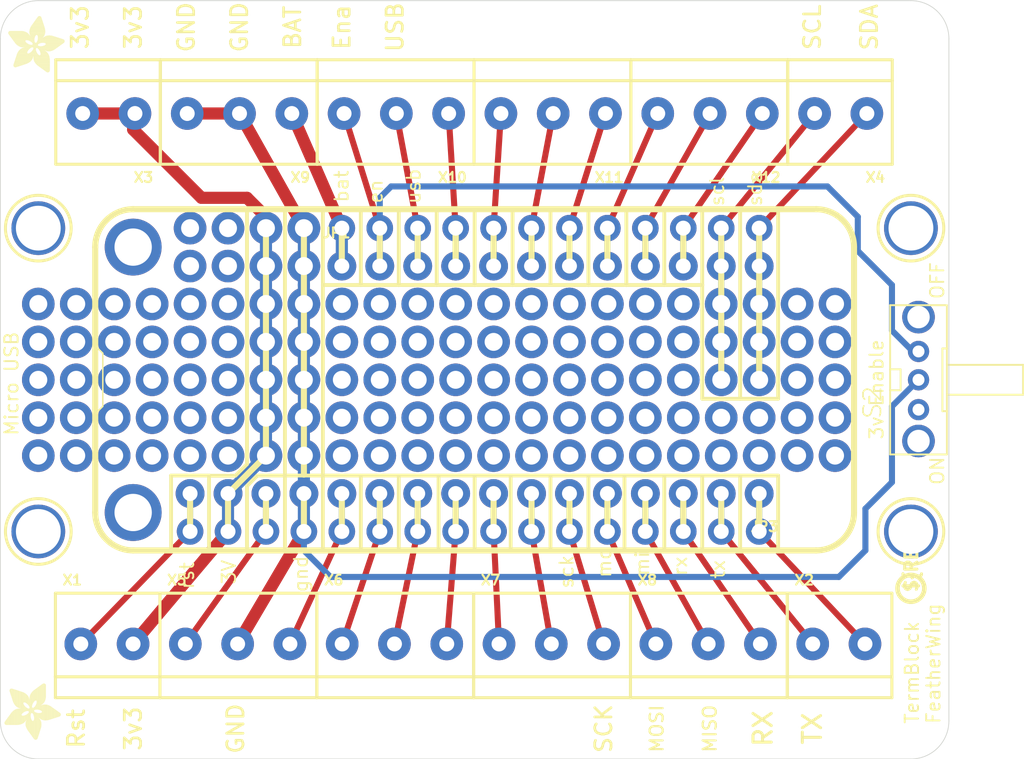
<source format=kicad_pcb>
(kicad_pcb (version 20221018) (generator pcbnew)
  (layers (0 "F.Cu" signal) (31 "B.Cu" signal) (34 "B.Paste" user) (35 "F.Paste" user) (36 "B.SilkS" user "B.Silkscreen") (37 "F.SilkS" user "F.Silkscreen") (38 "B.Mask" user) (39 "F.Mask" user) (44 "Edge.Cuts" user))
  (net 0 "")
  (net 1 "N$2")
  (net 2 "N$4")
  (net 3 "N$6")
  (net 4 "N$7")
  (net 5 "N$8")
  (net 6 "N$9")
  (net 7 "N$10")
  (net 8 "N$11")
  (net 9 "N$12")
  (net 10 "N$13")
  (net 11 "N$14")
  (net 12 "N$15")
  (net 13 "GND")
  (net 14 "AREF")
  (net 15 "3V")
  (net 16 "N$18")
  (net 17 "VBAT")
  (net 18 "USB")
  (net 19 "N$3")
  (net 20 "N$5")
  (net 21 "N$19")
  (net 22 "N$20")
  (net 23 "N$21")
  (net 24 "N$22")
  (net 25 "N$23")
  (net 26 "SCL")
  (net 27 "SDA")
  (net 28 "N$30")
  (net 29 "N$31")
  (net 30 "N$32")
  (net 31 "N$33")
  (net 32 "N$34")
  (net 33 "N$35")
  (net 34 "N$55")
  (net 35 "N$16")
  (net 36 "N$17")
  (net 37 "N$24")
  (net 38 "N$25")
  (net 39 "N$26")
  (net 40 "N$27")
  (net 41 "N$28")
  (net 42 "N$29")
  (net 43 "N$54")
  (net 44 "N$36")
  (net 45 "N$37")
  (net 46 "N$38")
  (net 47 "N$39")
  (net 48 "N$40")
  (net 49 "N$41")
  (net 50 "N$42")
  (net 51 "N$43")
  (net 52 "N$44")
  (net 53 "N$45")
  (net 54 "N$46")
  (net 55 "N$47")
  (net 56 "N$48")
  (net 57 "N$49")
  (net 58 "N$50")
  (net 59 "N$51")
  (net 60 "N$52")
  (net 61 "N$53")
  (net 62 "N$64")
  (net 63 "N$65")
  (net 64 "N$66")
  (net 65 "N$67")
  (net 66 "N$68")
  (net 67 "N$69")
  (net 68 "N$70")
  (net 69 "N$71")
  (net 70 "N$72")
  (net 71 "N$73")
  (net 72 "N$74")
  (net 73 "N$75")
  (net 74 "N$76")
  (net 75 "N$77")
  (net 76 "N$78")
  (net 77 "N$79")
  (net 78 "N$80")
  (net 79 "N$81")
  (net 80 "N$82")
  (net 81 "N$83")
  (net 82 "N$84")
  (net 83 "N$85")
  (net 84 "N$86")
  (net 85 "N$87")
  (net 86 "N$88")
  (net 87 "N$89")
  (net 88 "N$90")
  (net 89 "N$91")
  (net 90 "N$92")
  (net 91 "N$93")
  (net 92 "N$94")
  (net 93 "N$95")
  (net 94 "N$96")
  (net 95 "N$97")
  (net 96 "N$98")
  (net 97 "N$99")
  (net 98 "N$100")
  (net 99 "N$101")
  (net 100 "N$102")
  (net 101 "N$103")
  (net 102 "N$104")
  (net 103 "N$105")
  (net 104 "N$106")
  (net 105 "N$107")
  (net 106 "N$108")
  (net 107 "N$109")
  (net 108 "N$110")
  (net 109 "N$111")
  (net 110 "N$112")
  (net 111 "N$113")
  (net 112 "N$114")
  (net 113 "N$118")
  (net 114 "N$119")
  (net 115 "N$120")
  (net 116 "N$124")
  (net 117 "N$57")
  (net 118 "N$126")
  (net 119 "N$127")
  (net 120 "N$128")
  (net 121 "N$129")
  (net 122 "N$130")
  (net 123 "N$131")
  (net 124 "N$132")
  (net 125 "N$133")
  (net 126 "ENABLE")
  (footprint "working:TERMBLOCK_1X2-3.5MM" (layer "F.Cu") (at 123.8351 122.6996)
    (fp_text reference "X1")
    (fp_text value "")
  )
  (footprint "working:TERMBLOCK_1X3-3.5MM" (layer "F.Cu") (at 132.8111 87.1636 180)
    (fp_text reference "X9")
    (fp_text value "")
  )
  (footprint "working:ADAFRUIT_3.5MM" (layer "F.Cu") (at 117.0051 125.3236 -90)
    (fp_text reference "U$7" hide)
    (fp_text value "" hide)
  )
  (footprint "working:ADAFRUIT_3.5MM" (layer "F.Cu") (at 117.2591 84.4296)
    (fp_text reference "U$8" hide)
    (fp_text value "" hide)
  )
  (footprint "working:TERMBLOCK_1X2-3.5MM" (layer "F.Cu") (at 173.0611 87.1636 180)
    (fp_text reference "X4")
    (fp_text value "")
  )
  (footprint "working:TERMBLOCK_1X2-3.5MM" (layer "F.Cu") (at 124.0611 87.1636 180)
    (fp_text reference "X3")
    (fp_text value "")
  )
  (footprint "working:TERMBLOCK_1X3-3.5MM" (layer "F.Cu") (at 164.0851 122.6996)
    (fp_text reference "X8")
    (fp_text value "")
  )
  (footprint "working:OS102011MA1Q" (layer "F.Cu") (at 178.2191 105.0036 90)
    (fp_text reference "S2")
    (fp_text value "OS102011MA1Q" hide)
  )
  (footprint "working:1X16_ROUND_76MIL" (layer "F.Cu") (at 148.5011 112.6236 180)
    (fp_text reference "JP3")
    (fp_text value "")
  )
  (footprint "working:FEATHERWING_DIM" (layer "F.Cu") (at 123.1011 116.4336)
    (fp_text reference "MS1" hide)
    (fp_text value "FEATHERWING_NODIM" hide)
  )
  (footprint "working:TERMBLOCK_1X3-3.5MM" (layer "F.Cu") (at 153.8111 87.1636 180)
    (fp_text reference "X11")
    (fp_text value "")
  )
  (footprint "working:TERMBLOCK_1X3-3.5MM" (layer "F.Cu") (at 143.3111 87.1636 180)
    (fp_text reference "X10")
    (fp_text value "")
  )
  (footprint "working:MOUNTINGHOLE_3.0_PLATEDTHIN" (layer "F.Cu") (at 119.2911 115.1636)
    (fp_text reference "U$3" hide)
    (fp_text value "MOUNTINGHOLE3.0THIN" hide)
  )
  (footprint "working:MOUNTINGHOLE_3.0_PLATEDTHIN" (layer "F.Cu") (at 177.7111 94.8436)
    (fp_text reference "U$5" hide)
    (fp_text value "MOUNTINGHOLE3.0THIN" hide)
  )
  (footprint "working:TERMBLOCK_1X3-3.5MM" (layer "F.Cu") (at 143.0851 122.6996)
    (fp_text reference "X6")
    (fp_text value "")
  )
  (footprint "working:MOUNTINGHOLE_3.0_PLATEDTHIN" (layer "F.Cu") (at 177.7111 115.1636)
    (fp_text reference "U$4" hide)
    (fp_text value "MOUNTINGHOLE3.0THIN" hide)
  )
  (footprint "working:TERMBLOCK_1X3-3.5MM" (layer "F.Cu") (at 153.5851 122.6996)
    (fp_text reference "X7")
    (fp_text value "")
  )
  (footprint "working:1X12_ROUND_76MIL" (layer "F.Cu") (at 153.5811 97.3836)
    (fp_text reference "JP1")
    (fp_text value "")
  )
  (footprint "working:TERMBLOCK_1X3-3.5MM" (layer "F.Cu") (at 132.5851 122.6996)
    (fp_text reference "X5")
    (fp_text value "")
  )
  (footprint "working:TERMBLOCK_1X2-3.5MM" (layer "F.Cu") (at 172.8351 122.6996)
    (fp_text reference "X2")
    (fp_text value "")
  )
  (footprint "working:PCBFEAT-REV-040" (layer "F.Cu") (at 177.7111 118.9736 90)
    (fp_text reference "U$6" hide)
    (fp_text value "" hide)
  )
  (footprint "working:MOUNTINGHOLE_3.0_PLATEDTHIN" (layer "F.Cu") (at 119.2911 94.8436)
    (fp_text reference "U$2" hide)
    (fp_text value "MOUNTINGHOLE3.0THIN" hide)
  )
  (footprint "working:TERMBLOCK_1X3-3.5MM" (layer "F.Cu") (at 164.3111 87.1636 180)
    (fp_text reference "X12")
    (fp_text value "")
  )
  (gr_line (start 132.2451 112.3696) (end 134.5311 110.0836) (stroke (width 0.4064)) (layer "F.SilkS"))
  (gr_line (start 157.3911 112.6236) (end 157.3911 115.1636) (stroke (width 0.4064)) (layer "F.SilkS"))
  (gr_line (start 151.0411 93.5736) (end 151.0411 98.6536) (stroke (width 0.254)) (layer "F.SilkS"))
  (gr_line (start 156.1211 93.5736) (end 156.1211 98.6536) (stroke (width 0.254)) (layer "F.SilkS"))
  (gr_line (start 144.6911 114.9096) (end 144.6911 113.1316) (stroke (width 0.4064)) (layer "F.SilkS"))
  (gr_line (start 138.3411 111.4171) (end 135.8011 111.4171) (stroke (width 0.254)) (layer "F.SilkS"))
  (gr_line (start 134.5311 110.0836) (end 134.5311 94.8436) (stroke (width 0.4064)) (layer "F.SilkS"))
  (gr_line (start 143.4211 98.6536) (end 145.9611 98.6536) (stroke (width 0.254)) (layer "F.SilkS"))
  (gr_line (start 166.2811 93.5736) (end 166.2811 106.2736) (stroke (width 0.254)) (layer "F.SilkS"))
  (gr_line (start 156.1211 111.4171) (end 153.5811 111.4171) (stroke (width 0.254)) (layer "F.SilkS"))
  (gr_line (start 171.3611 116.4336) (end 125.6411 116.4336) (stroke (width 0.4064)) (layer "F.SilkS"))
  (gr_line (start 135.8011 116.3066) (end 135.8011 111.4171) (stroke (width 0.254)) (layer "F.SilkS"))
  (gr_line (start 161.2011 93.5736) (end 161.2011 98.6536) (stroke (width 0.254)) (layer "F.SilkS"))
  (gr_arc (start 173.9011 113.8936) (mid 173.157151 115.689651) (end 171.3611 116.4336) (stroke (width 0.4064)) (layer "F.SilkS"))
  (gr_line (start 146.0881 111.4171) (end 140.8811 111.4171) (stroke (width 0.254)) (layer "F.SilkS"))
  (gr_line (start 166.2811 111.4171) (end 168.8211 111.4171) (stroke (width 0.254)) (layer "F.SilkS"))
  (gr_line (start 135.8011 111.4171) (end 133.9596 111.4171) (stroke (width 0.254)) (layer "F.SilkS"))
  (gr_line (start 130.7211 116.3066) (end 130.7211 111.4171) (stroke (width 0.254)) (layer "F.SilkS"))
  (gr_line (start 161.2011 111.4171) (end 163.7411 111.4171) (stroke (width 0.254)) (layer "F.SilkS"))
  (gr_line (start 161.2011 98.6536) (end 163.7411 98.6536) (stroke (width 0.254)) (layer "F.SilkS"))
  (gr_line (start 146.0881 116.3066) (end 146.0881 111.4171) (stroke (width 0.254)) (layer "F.SilkS"))
  (gr_arc (start 123.1011 96.1136) (mid 123.845049 94.317549) (end 125.6411 93.5736) (stroke (width 0.4064)) (layer "F.SilkS"))
  (gr_line (start 145.9611 98.6536) (end 145.9611 93.5736) (stroke (width 0.254)) (layer "F.SilkS"))
  (gr_line (start 140.8811 98.6536) (end 143.4211 98.6536) (stroke (width 0.254)) (layer "F.SilkS"))
  (gr_arc (start 125.6411 116.4336) (mid 123.845049 115.689651) (end 123.1011 113.8936) (stroke (width 0.4064)) (layer "F.SilkS"))
  (gr_line (start 148.5011 98.6536) (end 151.0411 98.6536) (stroke (width 0.254)) (layer "F.SilkS"))
  (gr_line (start 150.9141 111.4171) (end 150.9141 116.3066) (stroke (width 0.254)) (layer "F.SilkS"))
  (gr_line (start 163.7411 98.6536) (end 163.7411 106.2736) (stroke (width 0.254)) (layer "F.SilkS"))
  (gr_line (start 154.8511 97.1296) (end 154.8511 95.0976) (stroke (width 0.4064)) (layer "F.SilkS"))
  (gr_line (start 140.8811 116.3066) (end 140.8811 111.4171) (stroke (width 0.254)) (layer "F.SilkS"))
  (gr_line (start 159.9311 115.1636) (end 159.9311 112.6236) (stroke (width 0.4064)) (layer "F.SilkS"))
  (gr_line (start 161.2011 111.4171) (end 161.2011 116.4336) (stroke (width 0.254)) (layer "F.SilkS"))
  (gr_line (start 131.9911 115.1636) (end 131.9911 112.6236) (stroke (width 0.4064)) (layer "F.SilkS"))
  (gr_line (start 166.2811 111.4171) (end 166.2811 116.3066) (stroke (width 0.254)) (layer "F.SilkS"))
  (gr_line (start 135.8011 93.5101) (end 135.8011 111.4171) (stroke (width 0.254)) (layer "F.SilkS"))
  (gr_line (start 139.6111 94.8436) (end 139.6111 97.3836) (stroke (width 0.4064)) (layer "F.SilkS"))
  (gr_line (start 143.4211 111.5441) (end 143.4211 116.3066) (stroke (width 0.254)) (layer "F.SilkS"))
  (gr_line (start 137.0711 111.3536) (end 137.0711 94.8436) (stroke (width 0.4064)) (layer "F.SilkS"))
  (gr_line (start 157.3911 94.8436) (end 157.3911 97.1296) (stroke (width 0.4064)) (layer "F.SilkS"))
  (gr_line (start 144.6911 94.8436) (end 144.6911 97.3836) (stroke (width 0.4064)) (layer "F.SilkS"))
  (gr_line (start 165.0111 115.1636) (end 165.0111 112.6236) (stroke (width 0.4064)) (layer "F.SilkS"))
  (gr_line (start 167.5511 105.0036) (end 167.5511 94.8436) (stroke (width 0.4064)) (layer "F.SilkS"))
  (gr_line (start 128.1811 111.4171) (end 128.1811 116.4336) (stroke (width 0.254)) (layer "F.SilkS"))
  (gr_line (start 162.4711 112.6236) (end 162.4711 115.1636) (stroke (width 0.4064)) (layer "F.SilkS"))
  (gr_line (start 167.5511 114.9096) (end 167.5511 112.6236) (stroke (width 0.4064)) (layer "F.SilkS"))
  (gr_line (start 154.8511 115.1636) (end 154.8511 112.6236) (stroke (width 0.4064)) (layer "F.SilkS"))
  (gr_line (start 159.9311 97.3836) (end 159.9311 95.0976) (stroke (width 0.4064)) (layer "F.SilkS"))
  (gr_line (start 163.7411 111.4171) (end 166.2811 111.4171) (stroke (width 0.254)) (layer "F.SilkS"))
  (gr_line (start 162.4711 94.8436) (end 162.4711 97.1296) (stroke (width 0.4064)) (layer "F.SilkS"))
  (gr_line (start 158.6611 93.5736) (end 158.6611 98.6536) (stroke (width 0.254)) (layer "F.SilkS"))
  (gr_line (start 133.2611 112.1156) (end 133.2611 116.4971) (stroke (width 0.254)) (layer "F.SilkS"))
  (gr_line (start 173.9011 96.1136) (end 173.9011 113.8936) (stroke (width 0.4064)) (layer "F.SilkS"))
  (gr_line (start 149.7711 96.8756) (end 149.7711 95.0976) (stroke (width 0.4064)) (layer "F.SilkS"))
  (gr_line (start 147.2311 95.0976) (end 147.2311 97.1296) (stroke (width 0.4064)) (layer "F.SilkS"))
  (gr_line (start 153.5811 111.4171) (end 150.9141 111.4171) (stroke (width 0.254)) (layer "F.SilkS"))
  (gr_line (start 134.5311 112.6236) (end 134.5311 114.9096) (stroke (width 0.4064)) (layer "F.SilkS"))
  (gr_line (start 133.2611 110.6551) (end 133.2611 93.5736) (stroke (width 0.254)) (layer "F.SilkS"))
  (gr_line (start 138.3411 98.6536) (end 138.3411 93.5736) (stroke (width 0.254)) (layer "F.SilkS"))
  (gr_line (start 151.0411 98.6536) (end 156.1211 98.6536) (stroke (width 0.254)) (layer "F.SilkS"))
  (gr_line (start 153.5811 98.5266) (end 153.5811 93.5736) (stroke (width 0.254)) (layer "F.SilkS"))
  (gr_line (start 138.3411 111.4171) (end 138.3411 98.6536) (stroke (width 0.254)) (layer "F.SilkS"))
  (gr_line (start 149.7711 112.6236) (end 149.7711 114.9096) (stroke (width 0.4064)) (layer "F.SilkS"))
  (gr_line (start 133.9596 111.4171) (end 133.2611 112.1156) (stroke (width 0.254)) (layer "F.SilkS"))
  (gr_line (start 130.6957 111.4298) (end 132.4737 111.4298) (stroke (width 0.254)) (layer "F.SilkS"))
  (gr_line (start 140.8811 93.5736) (end 140.8811 98.6536) (stroke (width 0.254)) (layer "F.SilkS"))
  (gr_line (start 129.4511 115.1636) (end 129.4511 112.6236) (stroke (width 0.4064)) (layer "F.SilkS"))
  (gr_line (start 156.1211 116.3066) (end 156.1211 111.4171) (stroke (width 0.254)) (layer "F.SilkS"))
  (gr_line (start 145.9611 98.6536) (end 148.5011 98.6536) (stroke (width 0.254)) (layer "F.SilkS"))
  (gr_line (start 153.5811 116.3066) (end 153.5811 111.4171) (stroke (width 0.254)) (layer "F.SilkS"))
  (gr_line (start 130.7211 111.4171) (end 128.1811 111.4171) (stroke (width 0.254)) (layer "F.SilkS"))
  (gr_line (start 139.6111 114.9096) (end 139.6111 112.8776) (stroke (width 0.4064)) (layer "F.SilkS"))
  (gr_line (start 158.5341 111.4171) (end 158.5341 116.3066) (stroke (width 0.254)) (layer "F.SilkS"))
  (gr_line (start 152.3111 112.6236) (end 152.3111 114.9096) (stroke (width 0.4064)) (layer "F.SilkS"))
  (gr_line (start 163.7411 111.4171) (end 163.7411 116.4336) (stroke (width 0.254)) (layer "F.SilkS"))
  (gr_line (start 123.1011 113.8936) (end 123.1011 96.1136) (stroke (width 0.4064)) (layer "F.SilkS"))
  (gr_line (start 152.3111 95.0976) (end 152.3111 97.1296) (stroke (width 0.4064)) (layer "F.SilkS"))
  (gr_line (start 168.8211 111.4171) (end 168.8211 116.4336) (stroke (width 0.254)) (layer "F.SilkS"))
  (gr_line (start 133.2611 110.6551) (end 132.4991 111.4171) (stroke (width 0.254)) (layer "F.SilkS"))
  (gr_line (start 142.1511 112.8776) (end 142.1511 114.9096) (stroke (width 0.4064)) (layer "F.SilkS"))
  (gr_line (start 147.2311 115.1636) (end 147.2311 112.8776) (stroke (width 0.4064)) (layer "F.SilkS"))
  (gr_line (start 158.5341 111.4171) (end 156.1211 111.4171) (stroke (width 0.254)) (layer "F.SilkS"))
  (gr_line (start 165.0111 94.8436) (end 165.0111 105.0036) (stroke (width 0.4064)) (layer "F.SilkS"))
  (gr_line (start 158.6611 98.6536) (end 161.2011 98.6536) (stroke (width 0.254)) (layer "F.SilkS"))
  (gr_line (start 163.7411 93.5736) (end 163.7411 98.6536) (stroke (width 0.254)) (layer "F.SilkS"))
  (gr_line (start 143.4211 93.5736) (end 143.4211 98.6536) (stroke (width 0.254)) (layer "F.SilkS"))
  (gr_line (start 148.5011 111.4171) (end 148.5011 116.3066) (stroke (width 0.254)) (layer "F.SilkS"))
  (gr_line (start 166.2811 106.2736) (end 168.8211 106.2736) (stroke (width 0.254)) (layer "F.SilkS"))
  (gr_line (start 140.8811 111.4171) (end 138.3411 111.4171) (stroke (width 0.254)) (layer "F.SilkS"))
  (gr_line (start 150.9141 111.4171) (end 148.5011 111.4171) (stroke (width 0.254)) (layer "F.SilkS"))
  (gr_line (start 158.5341 111.4171) (end 161.2011 111.4171) (stroke (width 0.254)) (layer "F.SilkS"))
  (gr_line (start 168.8211 106.2736) (end 168.8211 93.7006) (stroke (width 0.254)) (layer "F.SilkS"))
  (gr_line (start 138.3411 116.3066) (end 138.3411 111.4171) (stroke (width 0.254)) (layer "F.SilkS"))
  (gr_line (start 142.1511 94.8436) (end 142.1511 97.3836) (stroke (width 0.4064)) (layer "F.SilkS"))
  (gr_arc (start 171.3611 93.5736) (mid 173.157151 94.317549) (end 173.9011 96.1136) (stroke (width 0.4064)) (layer "F.SilkS"))
  (gr_line (start 137.0711 115.1636) (end 137.0711 112.6236) (stroke (width 0.4064)) (layer "F.SilkS"))
  (gr_line (start 147.2311 94.8436) (end 147.2311 97.3836) (stroke (width 0.4064)) (layer "F.SilkS"))
  (gr_line (start 148.5011 111.4171) (end 146.0881 111.4171) (stroke (width 0.254)) (layer "F.SilkS"))
  (gr_line (start 163.7411 106.2736) (end 166.2811 106.2736) (stroke (width 0.254)) (layer "F.SilkS"))
  (gr_line (start 125.6411 93.5736) (end 171.3611 93.5736) (stroke (width 0.4064)) (layer "F.SilkS"))
  (gr_line (start 148.5011 98.6536) (end 148.5011 93.5736) (stroke (width 0.254)) (layer "F.SilkS"))
  (gr_line (start 138.3411 98.6536) (end 140.8811 98.6536) (stroke (width 0.254)) (layer "F.SilkS"))
  (gr_line (start 156.1211 98.6536) (end 158.6611 98.6536) (stroke (width 0.254)) (layer "F.SilkS"))
  (gr_line (start 116.7511 127.8636) (end 116.7511 82.1436) (stroke (width 0.05)) (layer "Edge.Cuts"))
  (gr_arc (start 119.2911 130.4036) (mid 117.495049 129.659651) (end 116.7511 127.8636) (stroke (width 0.05)) (layer "Edge.Cuts"))
  (gr_arc (start 177.7111 79.6036) (mid 179.507151 80.347549) (end 180.2511 82.1436) (stroke (width 0.05)) (layer "Edge.Cuts"))
  (gr_line (start 119.2911 79.6036) (end 177.7111 79.6036) (stroke (width 0.05)) (layer "Edge.Cuts"))
  (gr_arc (start 180.2511 127.8636) (mid 179.507151 129.659651) (end 177.7111 130.4036) (stroke (width 0.05)) (layer "Edge.Cuts"))
  (gr_arc (start 116.7511 82.1436) (mid 117.495049 80.347549) (end 119.2911 79.6036) (stroke (width 0.05)) (layer "Edge.Cuts"))
  (gr_line (start 177.7111 130.4036) (end 119.2911 130.4036) (stroke (width 0.05)) (layer "Edge.Cuts"))
  (gr_line (start 180.2511 82.1436) (end 180.2511 127.8636) (stroke (width 0.05)) (layer "Edge.Cuts"))
  (gr_text "ON" (at 179.9971 112.1156 90) (layer "F.SilkS") (effects (font (size 0.89408 0.89408) (thickness 0.12192)) (justify left bottom)))
  (gr_text "bat" (at 140.1191 93.1926 90) (layer "F.SilkS") (effects (font (size 0.89408 0.89408) (thickness 0.12192)) (justify left bottom)))
  (gr_text "gnd" (at 137.4013 119.3038 90) (layer "F.SilkS") (effects (font (size 0.89408 0.89408) (thickness 0.12192)) (justify left bottom)))
  (gr_text "GND" (at 132.7531 81.3816 90) (layer "F.SilkS") (effects (font (size 1.0922 1.0922) (thickness 0.1778))))
  (gr_text "GND" (at 129.1971 81.3816 90) (layer "F.SilkS") (effects (font (size 1.0922 1.0922) (thickness 0.1778))))
  (gr_text "OFF" (at 179.9971 99.6696 90) (layer "F.SilkS") (effects (font (size 0.89408 0.89408) (thickness 0.12192)) (justify left bottom)))
  (gr_text "sck" (at 155.1813 119.0498 90) (layer "F.SilkS") (effects (font (size 0.89408 0.89408) (thickness 0.12192)) (justify left bottom)))
  (gr_text "3v3" (at 125.6411 81.3816 90) (layer "F.SilkS") (effects (font (size 1.0922 1.0922) (thickness 0.1778))))
  (gr_text "MISO" (at 164.2491 128.3716 90) (layer "F.SilkS") (effects (font (size 0.87376 0.87376) (thickness 0.14224))))
  (gr_text "SCK" (at 157.1371 128.3716 90) (layer "F.SilkS") (effects (font (size 1.0922 1.0922) (thickness 0.1778))))
  (gr_text "sda" (at 167.8051 93.4466 90) (layer "F.SilkS") (effects (font (size 0.89408 0.89408) (thickness 0.12192)) (justify left bottom)))
  (gr_text "TX" (at 171.1071 128.3716 90) (layer "F.SilkS") (effects (font (size 1.223264 1.223264) (thickness 0.199136))))
  (gr_text "3v Enable" (at 175.9331 109.0676 90) (layer "F.SilkS") (effects (font (size 0.89408 0.89408) (thickness 0.12192)) (justify left bottom)))
  (gr_text "TermBlock\nFeatherWing" (at 179.7431 128.1176 90) (layer "F.SilkS") (effects (font (size 0.89408 0.89408) (thickness 0.12192)) (justify left bottom)))
  (gr_text "usb" (at 144.9451 93.2942 90) (layer "F.SilkS") (effects (font (size 0.89408 0.89408) (thickness 0.12192)) (justify left bottom)))
  (gr_text "3v3" (at 122.0851 81.3816 90) (layer "F.SilkS") (effects (font (size 1.0922 1.0922) (thickness 0.1778))))
  (gr_text "BAT" (at 136.3091 81.3816 90) (layer "F.SilkS") (effects (font (size 1.0922 1.0922) (thickness 0.1778))))
  (gr_text "mo" (at 157.7086 118.3386 90) (layer "F.SilkS") (effects (font (size 0.89408 0.89408) (thickness 0.12192)) (justify left bottom)))
  (gr_text "Ena" (at 139.6111 81.3816 90) (layer "F.SilkS") (effects (font (size 1.0922 1.0922) (thickness 0.1778))))
  (gr_text "mi" (at 160.2486 118.2116 90) (layer "F.SilkS") (effects (font (size 0.89408 0.89408) (thickness 0.12192)) (justify left bottom)))
  (gr_text "Micro USB" (at 118.0211 108.8136 90) (layer "F.SilkS") (effects (font (size 0.89408 0.89408) (thickness 0.12192)) (justify left bottom)))
  (gr_text "en" (at 142.4051 93.2561 90) (layer "F.SilkS") (effects (font (size 0.89408 0.89408) (thickness 0.12192)) (justify left bottom)))
  (gr_text "GND" (at 132.4991 128.3716 90) (layer "F.SilkS") (effects (font (size 1.0922 1.0922) (thickness 0.1778))))
  (gr_text "rx" (at 162.7886 118.2116 90) (layer "F.SilkS") (effects (font (size 0.89408 0.89408) (thickness 0.12192)) (justify left bottom)))
  (gr_text "3v3" (at 125.6411 128.3716 90) (layer "F.SilkS") (effects (font (size 1.0922 1.0922) (thickness 0.1778))))
  (gr_text "SDA" (at 174.9171 81.3816 90) (layer "F.SilkS") (effects (font (size 1.0922 1.0922) (thickness 0.1778))))
  (gr_text "rst" (at 129.7813 119.1006 90) (layer "F.SilkS") (effects (font (size 0.89408 0.89408) (thickness 0.12192)) (justify left bottom)))
  (gr_text "SCL" (at 171.1071 81.3816 90) (layer "F.SilkS") (effects (font (size 1.0922 1.0922) (thickness 0.1778))))
  (gr_text "3V" (at 132.5753 118.7704 90) (layer "F.SilkS") (effects (font (size 0.89408 0.89408) (thickness 0.12192)) (justify left bottom)))
  (gr_text "MOSI" (at 160.6931 128.3716 90) (layer "F.SilkS") (effects (font (size 0.87376 0.87376) (thickness 0.14224))))
  (gr_text "Rst" (at 121.8311 128.3716 90) (layer "F.SilkS") (effects (font (size 1.0922 1.0922) (thickness 0.1778))))
  (gr_text "scl" (at 165.2651 93.4466 90) (layer "F.SilkS") (effects (font (size 0.89408 0.89408) (thickness 0.12192)) (justify left bottom)))
  (gr_text "USB" (at 143.1671 81.3816 90) (layer "F.SilkS") (effects (font (size 1.0922 1.0922) (thickness 0.1778))))
  (gr_text "RX" (at 167.8051 128.3716 90) (layer "F.SilkS") (effects (font (size 1.223264 1.223264) (thickness 0.199136))))
  (gr_text "tx" (at 165.3286 118.4021 90) (layer "F.SilkS") (effects (font (size 0.89408 0.89408) (thickness 0.12192)) (justify left bottom)))
  (segment (start 174.6351 122.6996) (end 167.5511 115.1636) (width 0.4064) (layer "F.Cu") (net 1))
  (segment (start 167.5511 112.6236) (end 167.5511 115.1636) (width 0.4064) (layer "B.Cu") (net 1))
  (segment (start 171.1351 122.6996) (end 165.0111 115.1636) (width 0.4064) (layer "F.Cu") (net 2))
  (segment (start 165.0111 115.1636) (end 165.0111 112.6236) (width 0.4064) (layer "B.Cu") (net 2))
  (segment (start 167.6351 122.6996) (end 162.4711 115.1636) (width 0.4064) (layer "F.Cu") (net 3))
  (segment (start 162.4711 112.6236) (end 162.4711 115.1636) (width 0.4064) (layer "B.Cu") (net 3))
  (segment (start 164.1351 122.6996) (end 159.9311 115.1636) (width 0.4064) (layer "F.Cu") (net 4))
  (segment (start 159.9311 112.6236) (end 159.9311 115.1636) (width 0.4064) (layer "B.Cu") (net 4))
  (segment (start 160.6351 122.6996) (end 157.3911 115.1636) (width 0.4064) (layer "F.Cu") (net 5))
  (segment (start 157.3911 115.1636) (end 157.3911 112.6236) (width 0.4064) (layer "B.Cu") (net 5))
  (segment (start 157.1351 122.6996) (end 154.8511 115.1636) (width 0.4064) (layer "F.Cu") (net 6))
  (segment (start 154.8511 112.6236) (end 154.8511 115.1636) (width 0.4064) (layer "B.Cu") (net 6))
  (segment (start 153.6351 122.6996) (end 152.3111 115.1636) (width 0.4064) (layer "F.Cu") (net 7))
  (segment (start 152.3111 115.1636) (end 152.3111 112.6236) (width 0.4064) (layer "B.Cu") (net 7))
  (segment (start 150.1351 122.6996) (end 149.7711 115.1636) (width 0.4064) (layer "F.Cu") (net 8))
  (segment (start 149.7711 112.6236) (end 149.7711 115.1636) (width 0.4064) (layer "B.Cu") (net 8))
  (segment (start 146.6351 122.6996) (end 147.2311 115.1636) (width 0.4064) (layer "F.Cu") (net 9))
  (segment (start 147.2311 115.1636) (end 147.2311 112.6236) (width 0.4064) (layer "B.Cu") (net 9))
  (segment (start 143.1351 122.6996) (end 144.6911 115.1636) (width 0.4064) (layer "F.Cu") (net 10))
  (segment (start 144.6911 112.6236) (end 144.6911 115.1636) (width 0.4064) (layer "B.Cu") (net 10))
  (segment (start 139.6351 122.6996) (end 142.1511 115.1636) (width 0.4064) (layer "F.Cu") (net 11))
  (segment (start 142.1511 115.1636) (end 142.1511 112.6236) (width 0.4064) (layer "B.Cu") (net 11))
  (segment (start 136.1351 122.6996) (end 139.6111 115.1636) (width 0.4064) (layer "F.Cu") (net 12))
  (segment (start 139.6111 112.6236) (end 139.6111 115.1636) (width 0.4064) (layer "B.Cu") (net 12))
  (segment (start 129.1971 87.0996) (end 129.2611 87.1636) (width 0.4064) (layer "F.Cu") (net 13))
  (segment (start 132.6351 122.6996) (end 137.0711 115.1636) (width 0.8128) (layer "F.Cu") (net 13))
  (segment (start 129.2611 87.1636) (end 132.7611 87.1636) (width 0.8128) (layer "F.Cu") (net 13))
  (segment (start 137.0711 94.8436) (end 132.7611 87.1636) (width 0.8128) (layer "F.Cu") (net 13))
  (via (at 137.0711 105.0036) (size 2.1844) (drill 1.2) (layers "F.Cu" "B.Cu") (net 13))
  (via (at 137.0711 99.9236) (size 2.1844) (drill 1.2) (layers "F.Cu" "B.Cu") (net 13))
  (via (at 137.0711 102.4636) (size 2.1844) (drill 1.2) (layers "F.Cu" "B.Cu") (net 13))
  (via (at 137.0711 107.5436) (size 2.1844) (drill 1.2) (layers "F.Cu" "B.Cu") (net 13))
  (via (at 137.0711 97.3836) (size 2.1844) (drill 1.2) (layers "F.Cu" "B.Cu") (net 13))
  (via (at 137.0711 94.8436) (size 2.1844) (drill 1.2) (layers "F.Cu" "B.Cu") (net 13))
  (via (at 137.0711 110.0836) (size 2.1844) (drill 1.2) (layers "F.Cu" "B.Cu") (net 13))
  (segment (start 137.0711 102.4636) (end 137.0711 99.9236) (width 0.8128) (layer "B.Cu") (net 13))
  (segment (start 176.4411 111.8616) (end 176.4411 106.7816) (width 0.4064) (layer "B.Cu") (net 13))
  (segment (start 137.0711 105.0036) (end 137.0711 102.4636) (width 0.8128) (layer "B.Cu") (net 13))
  (segment (start 137.0711 107.5436) (end 137.0711 105.0036) (width 0.8128) (layer "B.Cu") (net 13))
  (segment (start 174.6631 116.4336) (end 174.6631 113.6396) (width 0.4064) (layer "B.Cu") (net 13))
  (segment (start 137.0711 99.9236) (end 137.0711 98.6536) (width 0.8128) (layer "B.Cu") (net 13))
  (segment (start 137.0711 112.6236) (end 137.0711 110.0836) (width 0.8128) (layer "B.Cu") (net 13))
  (segment (start 137.0711 114.9096) (end 137.0711 115.1636) (width 0.6096) (layer "B.Cu") (net 13))
  (segment (start 172.8851 118.2116) (end 174.6631 116.4336) (width 0.4064) (layer "B.Cu") (net 13))
  (segment (start 138.8491 118.2116) (end 172.8851 118.2116) (width 0.4064) (layer "B.Cu") (net 13))
  (segment (start 137.0711 97.3836) (end 137.0711 94.8436) (width 0.8128) (layer "B.Cu") (net 13))
  (segment (start 174.6631 113.6396) (end 176.4411 111.8616) (width 0.4064) (layer "B.Cu") (net 13))
  (segment (start 137.0711 97.3836) (end 137.0711 98.6536) (width 0.8128) (layer "B.Cu") (net 13))
  (segment (start 137.0711 116.4336) (end 138.8491 118.2116) (width 0.4064) (layer "B.Cu") (net 13))
  (segment (start 137.0711 114.9096) (end 137.0711 116.4336) (width 0.4064) (layer "B.Cu") (net 13))
  (segment (start 137.0711 110.0836) (end 137.0711 107.5436) (width 0.8128) (layer "B.Cu") (net 13))
  (segment (start 176.4411 106.7816) (end 178.2191 105.0036) (width 0.4064) (layer "B.Cu") (net 13))
  (segment (start 137.0711 112.6236) (end 137.0711 114.9096) (width 0.8128) (layer "B.Cu") (net 13))
  (segment (start 129.1351 122.6996) (end 134.5311 115.1636) (width 0.4064) (layer "F.Cu") (net 14))
  (segment (start 134.5311 112.6236) (end 134.5311 115.1636) (width 0.4064) (layer "B.Cu") (net 14))
  (segment (start 134.5311 94.8436) (end 134.5311 94.0816) (width 0.8128) (layer "F.Cu") (net 15))
  (segment (start 134.5311 94.0816) (end 133.2611 92.8116) (width 0.8128) (layer "F.Cu") (net 15))
  (segment (start 125.6351 122.6996) (end 131.9911 115.1636) (width 0.8128) (layer "F.Cu") (net 15))
  (segment (start 130.2131 92.8116) (end 125.6411 88.2396) (width 0.8128) (layer "F.Cu") (net 15))
  (segment (start 133.2611 92.8116) (end 130.2131 92.8116) (width 0.8128) (layer "F.Cu") (net 15))
  (segment (start 125.6411 88.2396) (end 125.7611 87.1636) (width 0.8128) (layer "F.Cu") (net 15))
  (segment (start 122.2611 87.1636) (end 125.7611 87.1636) (width 0.8128) (layer "F.Cu") (net 15))
  (via (at 134.5311 97.3836) (size 2.1844) (drill 1.2) (layers "F.Cu" "B.Cu") (net 15))
  (via (at 134.5311 102.4636) (size 2.1844) (drill 1.2) (layers "F.Cu" "B.Cu") (net 15))
  (via (at 134.5311 105.0036) (size 2.1844) (drill 1.2) (layers "F.Cu" "B.Cu") (net 15))
  (via (at 134.5311 107.5436) (size 2.1844) (drill 1.2) (layers "F.Cu" "B.Cu") (net 15))
  (via (at 134.5311 99.9236) (size 2.1844) (drill 1.2) (layers "F.Cu" "B.Cu") (net 15))
  (via (at 134.5311 94.8436) (size 2.1844) (drill 1.2) (layers "F.Cu" "B.Cu") (net 15))
  (via (at 134.5311 110.0836) (size 2.1844) (drill 1.2) (layers "F.Cu" "B.Cu") (net 15))
  (segment (start 134.5311 107.5436) (end 134.5311 110.0836) (width 0.8128) (layer "B.Cu") (net 15))
  (segment (start 134.5311 105.0036) (end 134.5311 107.5436) (width 0.8128) (layer "B.Cu") (net 15))
  (segment (start 134.5311 110.0836) (end 131.9911 112.6236) (width 0.8128) (layer "B.Cu") (net 15))
  (segment (start 134.5311 97.3836) (end 134.5311 99.9236) (width 0.8128) (layer "B.Cu") (net 15))
  (segment (start 134.5311 99.9236) (end 134.5311 102.4636) (width 0.8128) (layer "B.Cu") (net 15))
  (segment (start 134.5311 94.8436) (end 134.5311 97.3836) (width 0.8128) (layer "B.Cu") (net 15))
  (segment (start 131.9911 112.6236) (end 131.9911 115.1636) (width 0.8128) (layer "B.Cu") (net 15))
  (segment (start 134.5311 102.4636) (end 134.5311 105.0036) (width 0.8128) (layer "B.Cu") (net 15))
  (segment (start 122.1351 122.6996) (end 129.4511 115.1636) (width 0.4064) (layer "F.Cu") (net 16))
  (segment (start 129.4511 115.1636) (end 129.4511 112.6236) (width 0.4064) (layer "B.Cu") (net 16))
  (segment (start 136.2611 86.6676) (end 136.2611 87.1636) (width 0.8128) (layer "F.Cu") (net 17))
  (segment (start 139.6111 94.8436) (end 136.2611 87.1636) (width 0.8128) (layer "F.Cu") (net 17))
  (segment (start 139.6111 94.8436) (end 139.6111 97.3836) (width 0.8128) (layer "B.Cu") (net 17))
  (segment (start 144.6911 94.8436) (end 143.2611 87.1636) (width 0.4064) (layer "F.Cu") (net 18))
  (segment (start 144.6911 94.8436) (end 144.6911 97.3836) (width 0.4064) (layer "B.Cu") (net 18))
  (segment (start 147.2311 94.8436) (end 146.7611 87.1636) (width 0.4064) (layer "F.Cu") (net 19))
  (segment (start 147.2311 97.3836) (end 147.2311 94.8436) (width 0.4064) (layer "B.Cu") (net 19))
  (segment (start 149.7711 94.8436) (end 150.2611 87.1636) (width 0.4064) (layer "F.Cu") (net 20))
  (segment (start 149.7711 94.8436) (end 149.7711 97.3836) (width 0.4064) (layer "B.Cu") (net 20))
  (segment (start 152.3111 94.8436) (end 153.7611 87.1636) (width 0.4064) (layer "F.Cu") (net 21))
  (segment (start 152.3111 97.3836) (end 152.3111 94.8436) (width 0.4064) (layer "B.Cu") (net 21))
  (segment (start 154.8511 94.8436) (end 157.2611 87.1636) (width 0.4064) (layer "F.Cu") (net 22))
  (segment (start 154.8511 94.8436) (end 154.8511 97.3836) (width 0.4064) (layer "B.Cu") (net 22))
  (segment (start 157.3911 94.8436) (end 160.7611 87.1636) (width 0.4064) (layer "F.Cu") (net 23))
  (segment (start 157.3911 97.3836) (end 157.3911 94.8436) (width 0.4064) (layer "B.Cu") (net 23))
  (segment (start 159.9311 94.8436) (end 164.2611 87.1636) (width 0.4064) (layer "F.Cu") (net 24))
  (segment (start 159.9311 94.8436) (end 159.9311 97.3836) (width 0.4064) (layer "B.Cu") (net 24))
  (segment (start 162.4711 94.8436) (end 167.7611 87.1636) (width 0.4064) (layer "F.Cu") (net 25))
  (segment (start 162.4711 97.3836) (end 162.4711 94.8436) (width 0.4064) (layer "B.Cu") (net 25))
  (segment (start 165.0111 94.8436) (end 171.2611 87.1636) (width 0.4064) (layer "F.Cu") (net 26))
  (via (at 165.0111 99.9236) (size 2.1844) (drill 1.2) (layers "F.Cu" "B.Cu") (net 26))
  (via (at 165.0111 102.4636) (size 2.1844) (drill 1.2) (layers "F.Cu" "B.Cu") (net 26))
  (via (at 165.0111 105.0036) (size 2.1844) (drill 1.2) (layers "F.Cu" "B.Cu") (net 26))
  (segment (start 165.0111 94.8436) (end 165.0111 97.3836) (width 0.4064) (layer "B.Cu") (net 26))
  (segment (start 165.0111 99.9236) (end 165.0111 102.4636) (width 0.4064) (layer "B.Cu") (net 26))
  (segment (start 165.0111 102.4636) (end 165.0111 105.0036) (width 0.4064) (layer "B.Cu") (net 26))
  (segment (start 165.0111 97.3836) (end 165.0111 99.9236) (width 0.4064) (layer "B.Cu") (net 26))
  (segment (start 167.5511 94.8436) (end 174.7611 87.1636) (width 0.4064) (layer "F.Cu") (net 27))
  (via (at 167.5511 105.0036) (size 2.1844) (drill 1.2) (layers "F.Cu" "B.Cu") (net 27))
  (via (at 167.5511 99.9236) (size 2.1844) (drill 1.2) (layers "F.Cu" "B.Cu") (net 27))
  (via (at 167.5511 102.4636) (size 2.1844) (drill 1.2) (layers "F.Cu" "B.Cu") (net 27))
  (segment (start 167.5511 94.8436) (end 167.5511 97.3836) (width 0.4064) (layer "B.Cu") (net 27))
  (segment (start 167.5511 99.9236) (end 167.5511 97.3836) (width 0.4064) (layer "B.Cu") (net 27))
  (segment (start 167.5511 102.4636) (end 167.5511 99.9236) (width 0.4064) (layer "B.Cu") (net 27))
  (segment (start 167.5511 105.0036) (end 167.5511 102.4636) (width 0.4064) (layer "B.Cu") (net 27))
  (via (at 131.9911 94.8436) (size 2.1844) (drill 1.2) (layers "F.Cu" "B.Cu") (net 28))
  (via (at 131.9911 97.3836) (size 2.1844) (drill 1.2) (layers "F.Cu" "B.Cu") (net 29))
  (via (at 129.4511 97.3836) (size 2.1844) (drill 1.2) (layers "F.Cu" "B.Cu") (net 30))
  (via (at 129.4511 94.8436) (size 2.1844) (drill 1.2) (layers "F.Cu" "B.Cu") (net 31))
  (via (at 129.4511 99.9236) (size 2.1844) (drill 1.2) (layers "F.Cu" "B.Cu") (net 32))
  (via (at 126.9111 99.9236) (size 2.1844) (drill 1.2) (layers "F.Cu" "B.Cu") (net 33))
  (via (at 124.3711 99.9236) (size 2.1844) (drill 1.2) (layers "F.Cu" "B.Cu") (net 34))
  (via (at 121.8311 99.9236) (size 2.1844) (drill 1.2) (layers "F.Cu" "B.Cu") (net 35))
  (via (at 119.2911 99.9236) (size 2.1844) (drill 1.2) (layers "F.Cu" "B.Cu") (net 36))
  (via (at 121.8311 102.4636) (size 2.1844) (drill 1.2) (layers "F.Cu" "B.Cu") (net 37))
  (via (at 119.2911 102.4636) (size 2.1844) (drill 1.2) (layers "F.Cu" "B.Cu") (net 38))
  (via (at 121.8311 105.0036) (size 2.1844) (drill 1.2) (layers "F.Cu" "B.Cu") (net 39))
  (via (at 119.2911 105.0036) (size 2.1844) (drill 1.2) (layers "F.Cu" "B.Cu") (net 40))
  (via (at 121.8311 107.5436) (size 2.1844) (drill 1.2) (layers "F.Cu" "B.Cu") (net 41))
  (via (at 119.2911 107.5436) (size 2.1844) (drill 1.2) (layers "F.Cu" "B.Cu") (net 42))
  (via (at 121.8311 110.0836) (size 2.1844) (drill 1.2) (layers "F.Cu" "B.Cu") (net 43))
  (via (at 119.2911 110.0836) (size 2.1844) (drill 1.2) (layers "F.Cu" "B.Cu") (net 44))
  (via (at 124.3711 102.4636) (size 2.1844) (drill 1.2) (layers "F.Cu" "B.Cu") (net 45))
  (via (at 126.9111 102.4636) (size 2.1844) (drill 1.2) (layers "F.Cu" "B.Cu") (net 46))
  (via (at 129.4511 102.4636) (size 2.1844) (drill 1.2) (layers "F.Cu" "B.Cu") (net 47))
  (via (at 129.4511 105.0036) (size 2.1844) (drill 1.2) (layers "F.Cu" "B.Cu") (net 48))
  (via (at 126.9111 105.0036) (size 2.1844) (drill 1.2) (layers "F.Cu" "B.Cu") (net 49))
  (via (at 124.3711 105.0036) (size 2.1844) (drill 1.2) (layers "F.Cu" "B.Cu") (net 50))
  (via (at 124.3711 107.5436) (size 2.1844) (drill 1.2) (layers "F.Cu" "B.Cu") (net 51))
  (via (at 126.9111 107.5436) (size 2.1844) (drill 1.2) (layers "F.Cu" "B.Cu") (net 52))
  (via (at 129.4511 107.5436) (size 2.1844) (drill 1.2) (layers "F.Cu" "B.Cu") (net 53))
  (via (at 129.4511 110.0836) (size 2.1844) (drill 1.2) (layers "F.Cu" "B.Cu") (net 54))
  (via (at 126.9111 110.0836) (size 2.1844) (drill 1.2) (layers "F.Cu" "B.Cu") (net 55))
  (via (at 124.3711 110.0836) (size 2.1844) (drill 1.2) (layers "F.Cu" "B.Cu") (net 56))
  (via (at 131.9911 110.0836) (size 2.1844) (drill 1.2) (layers "F.Cu" "B.Cu") (net 57))
  (via (at 131.9911 107.5436) (size 2.1844) (drill 1.2) (layers "F.Cu" "B.Cu") (net 58))
  (via (at 131.9911 105.0036) (size 2.1844) (drill 1.2) (layers "F.Cu" "B.Cu") (net 59))
  (via (at 131.9911 102.4636) (size 2.1844) (drill 1.2) (layers "F.Cu" "B.Cu") (net 60))
  (via (at 131.9911 99.9236) (size 2.1844) (drill 1.2) (layers "F.Cu" "B.Cu") (net 61))
  (via (at 139.6111 99.9236) (size 2.1844) (drill 1.2) (layers "F.Cu" "B.Cu") (net 62))
  (via (at 142.1511 99.9236) (size 2.1844) (drill 1.2) (layers "F.Cu" "B.Cu") (net 63))
  (via (at 144.6911 99.9236) (size 2.1844) (drill 1.2) (layers "F.Cu" "B.Cu") (net 64))
  (via (at 139.6111 102.4636) (size 2.1844) (drill 1.2) (layers "F.Cu" "B.Cu") (net 65))
  (via (at 139.6111 105.0036) (size 2.1844) (drill 1.2) (layers "F.Cu" "B.Cu") (net 66))
  (via (at 139.6111 107.5436) (size 2.1844) (drill 1.2) (layers "F.Cu" "B.Cu") (net 67))
  (via (at 139.6111 110.0836) (size 2.1844) (drill 1.2) (layers "F.Cu" "B.Cu") (net 68))
  (via (at 142.1511 110.0836) (size 2.1844) (drill 1.2) (layers "F.Cu" "B.Cu") (net 69))
  (via (at 142.1511 107.5436) (size 2.1844) (drill 1.2) (layers "F.Cu" "B.Cu") (net 70))
  (via (at 142.1511 105.0036) (size 2.1844) (drill 1.2) (layers "F.Cu" "B.Cu") (net 71))
  (via (at 142.1511 102.4636) (size 2.1844) (drill 1.2) (layers "F.Cu" "B.Cu") (net 72))
  (via (at 144.6911 102.4636) (size 2.1844) (drill 1.2) (layers "F.Cu" "B.Cu") (net 73))
  (via (at 144.6911 105.0036) (size 2.1844) (drill 1.2) (layers "F.Cu" "B.Cu") (net 74))
  (via (at 144.6911 107.5436) (size 2.1844) (drill 1.2) (layers "F.Cu" "B.Cu") (net 75))
  (via (at 144.6911 110.0836) (size 2.1844) (drill 1.2) (layers "F.Cu" "B.Cu") (net 76))
  (via (at 147.2311 110.0836) (size 2.1844) (drill 1.2) (layers "F.Cu" "B.Cu") (net 77))
  (via (at 147.2311 107.5436) (size 2.1844) (drill 1.2) (layers "F.Cu" "B.Cu") (net 78))
  (via (at 147.2311 99.9236) (size 2.1844) (drill 1.2) (layers "F.Cu" "B.Cu") (net 79))
  (via (at 147.2311 102.4636) (size 2.1844) (drill 1.2) (layers "F.Cu" "B.Cu") (net 80))
  (via (at 147.2311 105.0036) (size 2.1844) (drill 1.2) (layers "F.Cu" "B.Cu") (net 81))
  (via (at 149.7711 110.0836) (size 2.1844) (drill 1.2) (layers "F.Cu" "B.Cu") (net 82))
  (via (at 149.7711 107.5436) (size 2.1844) (drill 1.2) (layers "F.Cu" "B.Cu") (net 83))
  (via (at 149.7711 105.0036) (size 2.1844) (drill 1.2) (layers "F.Cu" "B.Cu") (net 84))
  (via (at 149.7711 102.4636) (size 2.1844) (drill 1.2) (layers "F.Cu" "B.Cu") (net 85))
  (via (at 149.7711 99.9236) (size 2.1844) (drill 1.2) (layers "F.Cu" "B.Cu") (net 86))
  (via (at 152.3111 99.9236) (size 2.1844) (drill 1.2) (layers "F.Cu" "B.Cu") (net 87))
  (via (at 152.3111 102.4636) (size 2.1844) (drill 1.2) (layers "F.Cu" "B.Cu") (net 88))
  (via (at 152.3111 105.0036) (size 2.1844) (drill 1.2) (layers "F.Cu" "B.Cu") (net 89))
  (via (at 152.3111 107.5436) (size 2.1844) (drill 1.2) (layers "F.Cu" "B.Cu") (net 90))
  (via (at 152.3111 110.0836) (size 2.1844) (drill 1.2) (layers "F.Cu" "B.Cu") (net 91))
  (via (at 154.8511 110.0836) (size 2.1844) (drill 1.2) (layers "F.Cu" "B.Cu") (net 92))
  (via (at 154.8511 107.5436) (size 2.1844) (drill 1.2) (layers "F.Cu" "B.Cu") (net 93))
  (via (at 154.8511 105.0036) (size 2.1844) (drill 1.2) (layers "F.Cu" "B.Cu") (net 94))
  (via (at 154.8511 102.4636) (size 2.1844) (drill 1.2) (layers "F.Cu" "B.Cu") (net 95))
  (via (at 154.8511 99.9236) (size 2.1844) (drill 1.2) (layers "F.Cu" "B.Cu") (net 96))
  (via (at 157.3911 99.9236) (size 2.1844) (drill 1.2) (layers "F.Cu" "B.Cu") (net 97))
  (via (at 157.3911 102.4636) (size 2.1844) (drill 1.2) (layers "F.Cu" "B.Cu") (net 98))
  (via (at 157.3911 105.0036) (size 2.1844) (drill 1.2) (layers "F.Cu" "B.Cu") (net 99))
  (via (at 157.3911 107.5436) (size 2.1844) (drill 1.2) (layers "F.Cu" "B.Cu") (net 100))
  (via (at 157.3911 110.0836) (size 2.1844) (drill 1.2) (layers "F.Cu" "B.Cu") (net 101))
  (via (at 159.9311 110.0836) (size 2.1844) (drill 1.2) (layers "F.Cu" "B.Cu") (net 102))
  (via (at 159.9311 107.5436) (size 2.1844) (drill 1.2) (layers "F.Cu" "B.Cu") (net 103))
  (via (at 159.9311 105.0036) (size 2.1844) (drill 1.2) (layers "F.Cu" "B.Cu") (net 104))
  (via (at 159.9311 102.4636) (size 2.1844) (drill 1.2) (layers "F.Cu" "B.Cu") (net 105))
  (via (at 159.9311 99.9236) (size 2.1844) (drill 1.2) (layers "F.Cu" "B.Cu") (net 106))
  (via (at 162.4711 99.9236) (size 2.1844) (drill 1.2) (layers "F.Cu" "B.Cu") (net 107))
  (via (at 162.4711 102.4636) (size 2.1844) (drill 1.2) (layers "F.Cu" "B.Cu") (net 108))
  (via (at 162.4711 105.0036) (size 2.1844) (drill 1.2) (layers "F.Cu" "B.Cu") (net 109))
  (via (at 162.4711 107.5436) (size 2.1844) (drill 1.2) (layers "F.Cu" "B.Cu") (net 110))
  (via (at 162.4711 110.0836) (size 2.1844) (drill 1.2) (layers "F.Cu" "B.Cu") (net 111))
  (via (at 165.0111 110.0836) (size 2.1844) (drill 1.2) (layers "F.Cu" "B.Cu") (net 112))
  (via (at 165.0111 107.5436) (size 2.1844) (drill 1.2) (layers "F.Cu" "B.Cu") (net 113))
  (via (at 167.5511 110.0836) (size 2.1844) (drill 1.2) (layers "F.Cu" "B.Cu") (net 114))
  (via (at 167.5511 107.5436) (size 2.1844) (drill 1.2) (layers "F.Cu" "B.Cu") (net 115))
  (via (at 170.0911 99.9236) (size 2.1844) (drill 1.2) (layers "F.Cu" "B.Cu") (net 116))
  (via (at 172.6311 99.9236) (size 2.1844) (drill 1.2) (layers "F.Cu" "B.Cu") (net 117))
  (via (at 172.6311 102.4636) (size 2.1844) (drill 1.2) (layers "F.Cu" "B.Cu") (net 118))
  (via (at 172.6311 105.0036) (size 2.1844) (drill 1.2) (layers "F.Cu" "B.Cu") (net 119))
  (via (at 172.6311 107.5436) (size 2.1844) (drill 1.2) (layers "F.Cu" "B.Cu") (net 120))
  (via (at 172.6311 110.0836) (size 2.1844) (drill 1.2) (layers "F.Cu" "B.Cu") (net 121))
  (via (at 170.0911 110.0836) (size 2.1844) (drill 1.2) (layers "F.Cu" "B.Cu") (net 122))
  (via (at 170.0911 107.5436) (size 2.1844) (drill 1.2) (layers "F.Cu" "B.Cu") (net 123))
  (via (at 170.0911 105.0036) (size 2.1844) (drill 1.2) (layers "F.Cu" "B.Cu") (net 124))
  (via (at 170.0911 102.4636) (size 2.1844) (drill 1.2) (layers "F.Cu" "B.Cu") (net 125))
  (segment (start 142.1511 94.8436) (end 139.7611 87.1636) (width 0.4064) (layer "F.Cu") (net 126))
  (segment (start 142.1511 97.3836) (end 142.1511 94.8436) (width 0.4064) (layer "B.Cu") (net 126))
  (segment (start 176.4411 101.7016) (end 177.8431 103.1036) (width 0.4064) (layer "B.Cu") (net 126))
  (segment (start 176.4411 98.6536) (end 176.4411 101.7016) (width 0.4064) (layer "B.Cu") (net 126))
  (segment (start 177.8431 103.1036) (end 178.2191 103.1036) (width 0.4064) (layer "B.Cu") (net 126))
  (segment (start 142.1511 94.8436) (end 142.1511 92.8116) (width 0.4064) (layer "B.Cu") (net 126))
  (segment (start 142.9131 92.0496) (end 172.1231 92.0496) (width 0.4064) (layer "B.Cu") (net 126))
  (segment (start 174.1551 96.3676) (end 176.4411 98.6536) (width 0.4064) (layer "B.Cu") (net 126))
  (segment (start 174.1551 94.0816) (end 174.1551 96.3676) (width 0.4064) (layer "B.Cu") (net 126))
  (segment (start 172.1231 92.0496) (end 174.1551 94.0816) (width 0.4064) (layer "B.Cu") (net 126))
  (segment (start 142.1511 92.8116) (end 142.9131 92.0496) (width 0.4064) (layer "B.Cu") (net 126))
)
</source>
